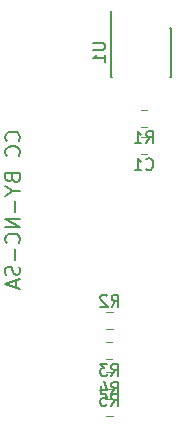
<source format=gbr>
G04 #@! TF.GenerationSoftware,KiCad,Pcbnew,(5.1.4-0-10_14)*
G04 #@! TF.CreationDate,2019-10-29T08:39:25+01:00*
G04 #@! TF.ProjectId,DDI_shield,4444495f-7368-4696-956c-642e6b696361,-*
G04 #@! TF.SameCoordinates,Original*
G04 #@! TF.FileFunction,Legend,Bot*
G04 #@! TF.FilePolarity,Positive*
%FSLAX46Y46*%
G04 Gerber Fmt 4.6, Leading zero omitted, Abs format (unit mm)*
G04 Created by KiCad (PCBNEW (5.1.4-0-10_14)) date 2019-10-29 08:39:25*
%MOMM*%
%LPD*%
G04 APERTURE LIST*
%ADD10C,0.200000*%
%ADD11C,0.150000*%
%ADD12C,0.120000*%
G04 APERTURE END LIST*
D10*
X136590428Y-78875666D02*
X136649952Y-78816142D01*
X136709476Y-78637571D01*
X136709476Y-78518523D01*
X136649952Y-78339952D01*
X136530904Y-78220904D01*
X136411857Y-78161380D01*
X136173761Y-78101857D01*
X135995190Y-78101857D01*
X135757095Y-78161380D01*
X135638047Y-78220904D01*
X135519000Y-78339952D01*
X135459476Y-78518523D01*
X135459476Y-78637571D01*
X135519000Y-78816142D01*
X135578523Y-78875666D01*
X136590428Y-80125666D02*
X136649952Y-80066142D01*
X136709476Y-79887571D01*
X136709476Y-79768523D01*
X136649952Y-79589952D01*
X136530904Y-79470904D01*
X136411857Y-79411380D01*
X136173761Y-79351857D01*
X135995190Y-79351857D01*
X135757095Y-79411380D01*
X135638047Y-79470904D01*
X135519000Y-79589952D01*
X135459476Y-79768523D01*
X135459476Y-79887571D01*
X135519000Y-80066142D01*
X135578523Y-80125666D01*
X136054714Y-82030428D02*
X136114238Y-82209000D01*
X136173761Y-82268523D01*
X136292809Y-82328047D01*
X136471380Y-82328047D01*
X136590428Y-82268523D01*
X136649952Y-82209000D01*
X136709476Y-82089952D01*
X136709476Y-81613761D01*
X135459476Y-81613761D01*
X135459476Y-82030428D01*
X135519000Y-82149476D01*
X135578523Y-82209000D01*
X135697571Y-82268523D01*
X135816619Y-82268523D01*
X135935666Y-82209000D01*
X135995190Y-82149476D01*
X136054714Y-82030428D01*
X136054714Y-81613761D01*
X136114238Y-83101857D02*
X136709476Y-83101857D01*
X135459476Y-82685190D02*
X136114238Y-83101857D01*
X135459476Y-83518523D01*
X136233285Y-83935190D02*
X136233285Y-84887571D01*
X136709476Y-85482809D02*
X135459476Y-85482809D01*
X136709476Y-86197095D01*
X135459476Y-86197095D01*
X136590428Y-87506619D02*
X136649952Y-87447095D01*
X136709476Y-87268523D01*
X136709476Y-87149476D01*
X136649952Y-86970904D01*
X136530904Y-86851857D01*
X136411857Y-86792333D01*
X136173761Y-86732809D01*
X135995190Y-86732809D01*
X135757095Y-86792333D01*
X135638047Y-86851857D01*
X135519000Y-86970904D01*
X135459476Y-87149476D01*
X135459476Y-87268523D01*
X135519000Y-87447095D01*
X135578523Y-87506619D01*
X136233285Y-88042333D02*
X136233285Y-88994714D01*
X136649952Y-89530428D02*
X136709476Y-89708999D01*
X136709476Y-90006619D01*
X136649952Y-90125666D01*
X136590428Y-90185190D01*
X136471380Y-90244714D01*
X136352333Y-90244714D01*
X136233285Y-90185190D01*
X136173761Y-90125666D01*
X136114238Y-90006619D01*
X136054714Y-89768523D01*
X135995190Y-89649476D01*
X135935666Y-89589952D01*
X135816619Y-89530428D01*
X135697571Y-89530428D01*
X135578523Y-89589952D01*
X135519000Y-89649476D01*
X135459476Y-89768523D01*
X135459476Y-90066142D01*
X135519000Y-90244714D01*
X136352333Y-90720904D02*
X136352333Y-91316142D01*
X136709476Y-90601857D02*
X135459476Y-91018523D01*
X136709476Y-91435190D01*
D11*
X144364000Y-69299000D02*
X144414000Y-69299000D01*
X144364000Y-73449000D02*
X144509000Y-73449000D01*
X149514000Y-73449000D02*
X149369000Y-73449000D01*
X149514000Y-69299000D02*
X149369000Y-69299000D01*
X144364000Y-69299000D02*
X144364000Y-73449000D01*
X149514000Y-69299000D02*
X149514000Y-73449000D01*
X144414000Y-69299000D02*
X144414000Y-67899000D01*
D12*
X144542252Y-94817000D02*
X144019748Y-94817000D01*
X144542252Y-93397000D02*
X144019748Y-93397000D01*
X144001748Y-97357000D02*
X144524252Y-97357000D01*
X144001748Y-95937000D02*
X144524252Y-95937000D01*
X144533252Y-102183000D02*
X144010748Y-102183000D01*
X144533252Y-100763000D02*
X144010748Y-100763000D01*
X144001748Y-99897000D02*
X144524252Y-99897000D01*
X144001748Y-98477000D02*
X144524252Y-98477000D01*
X146931748Y-79958000D02*
X147454252Y-79958000D01*
X146931748Y-78538000D02*
X147454252Y-78538000D01*
X146931748Y-77672000D02*
X147454252Y-77672000D01*
X146931748Y-76252000D02*
X147454252Y-76252000D01*
D11*
X142891380Y-70612095D02*
X143700904Y-70612095D01*
X143796142Y-70659714D01*
X143843761Y-70707333D01*
X143891380Y-70802571D01*
X143891380Y-70993047D01*
X143843761Y-71088285D01*
X143796142Y-71135904D01*
X143700904Y-71183523D01*
X142891380Y-71183523D01*
X143891380Y-72183523D02*
X143891380Y-71612095D01*
X143891380Y-71897809D02*
X142891380Y-71897809D01*
X143034238Y-71802571D01*
X143129476Y-71707333D01*
X143177095Y-71612095D01*
X144447666Y-92909380D02*
X144781000Y-92433190D01*
X145019095Y-92909380D02*
X145019095Y-91909380D01*
X144638142Y-91909380D01*
X144542904Y-91957000D01*
X144495285Y-92004619D01*
X144447666Y-92099857D01*
X144447666Y-92242714D01*
X144495285Y-92337952D01*
X144542904Y-92385571D01*
X144638142Y-92433190D01*
X145019095Y-92433190D01*
X144066714Y-92004619D02*
X144019095Y-91957000D01*
X143923857Y-91909380D01*
X143685761Y-91909380D01*
X143590523Y-91957000D01*
X143542904Y-92004619D01*
X143495285Y-92099857D01*
X143495285Y-92195095D01*
X143542904Y-92337952D01*
X144114333Y-92909380D01*
X143495285Y-92909380D01*
X144429666Y-98749380D02*
X144763000Y-98273190D01*
X145001095Y-98749380D02*
X145001095Y-97749380D01*
X144620142Y-97749380D01*
X144524904Y-97797000D01*
X144477285Y-97844619D01*
X144429666Y-97939857D01*
X144429666Y-98082714D01*
X144477285Y-98177952D01*
X144524904Y-98225571D01*
X144620142Y-98273190D01*
X145001095Y-98273190D01*
X144096333Y-97749380D02*
X143477285Y-97749380D01*
X143810619Y-98130333D01*
X143667761Y-98130333D01*
X143572523Y-98177952D01*
X143524904Y-98225571D01*
X143477285Y-98320809D01*
X143477285Y-98558904D01*
X143524904Y-98654142D01*
X143572523Y-98701761D01*
X143667761Y-98749380D01*
X143953476Y-98749380D01*
X144048714Y-98701761D01*
X144096333Y-98654142D01*
X144438666Y-100275380D02*
X144772000Y-99799190D01*
X145010095Y-100275380D02*
X145010095Y-99275380D01*
X144629142Y-99275380D01*
X144533904Y-99323000D01*
X144486285Y-99370619D01*
X144438666Y-99465857D01*
X144438666Y-99608714D01*
X144486285Y-99703952D01*
X144533904Y-99751571D01*
X144629142Y-99799190D01*
X145010095Y-99799190D01*
X143581523Y-99608714D02*
X143581523Y-100275380D01*
X143819619Y-99227761D02*
X144057714Y-99942047D01*
X143438666Y-99942047D01*
X144429666Y-101289380D02*
X144763000Y-100813190D01*
X145001095Y-101289380D02*
X145001095Y-100289380D01*
X144620142Y-100289380D01*
X144524904Y-100337000D01*
X144477285Y-100384619D01*
X144429666Y-100479857D01*
X144429666Y-100622714D01*
X144477285Y-100717952D01*
X144524904Y-100765571D01*
X144620142Y-100813190D01*
X145001095Y-100813190D01*
X143524904Y-100289380D02*
X144001095Y-100289380D01*
X144048714Y-100765571D01*
X144001095Y-100717952D01*
X143905857Y-100670333D01*
X143667761Y-100670333D01*
X143572523Y-100717952D01*
X143524904Y-100765571D01*
X143477285Y-100860809D01*
X143477285Y-101098904D01*
X143524904Y-101194142D01*
X143572523Y-101241761D01*
X143667761Y-101289380D01*
X143905857Y-101289380D01*
X144001095Y-101241761D01*
X144048714Y-101194142D01*
X147359666Y-81255142D02*
X147407285Y-81302761D01*
X147550142Y-81350380D01*
X147645380Y-81350380D01*
X147788238Y-81302761D01*
X147883476Y-81207523D01*
X147931095Y-81112285D01*
X147978714Y-80921809D01*
X147978714Y-80778952D01*
X147931095Y-80588476D01*
X147883476Y-80493238D01*
X147788238Y-80398000D01*
X147645380Y-80350380D01*
X147550142Y-80350380D01*
X147407285Y-80398000D01*
X147359666Y-80445619D01*
X146407285Y-81350380D02*
X146978714Y-81350380D01*
X146693000Y-81350380D02*
X146693000Y-80350380D01*
X146788238Y-80493238D01*
X146883476Y-80588476D01*
X146978714Y-80636095D01*
X147359666Y-79064380D02*
X147693000Y-78588190D01*
X147931095Y-79064380D02*
X147931095Y-78064380D01*
X147550142Y-78064380D01*
X147454904Y-78112000D01*
X147407285Y-78159619D01*
X147359666Y-78254857D01*
X147359666Y-78397714D01*
X147407285Y-78492952D01*
X147454904Y-78540571D01*
X147550142Y-78588190D01*
X147931095Y-78588190D01*
X146407285Y-79064380D02*
X146978714Y-79064380D01*
X146693000Y-79064380D02*
X146693000Y-78064380D01*
X146788238Y-78207238D01*
X146883476Y-78302476D01*
X146978714Y-78350095D01*
M02*

</source>
